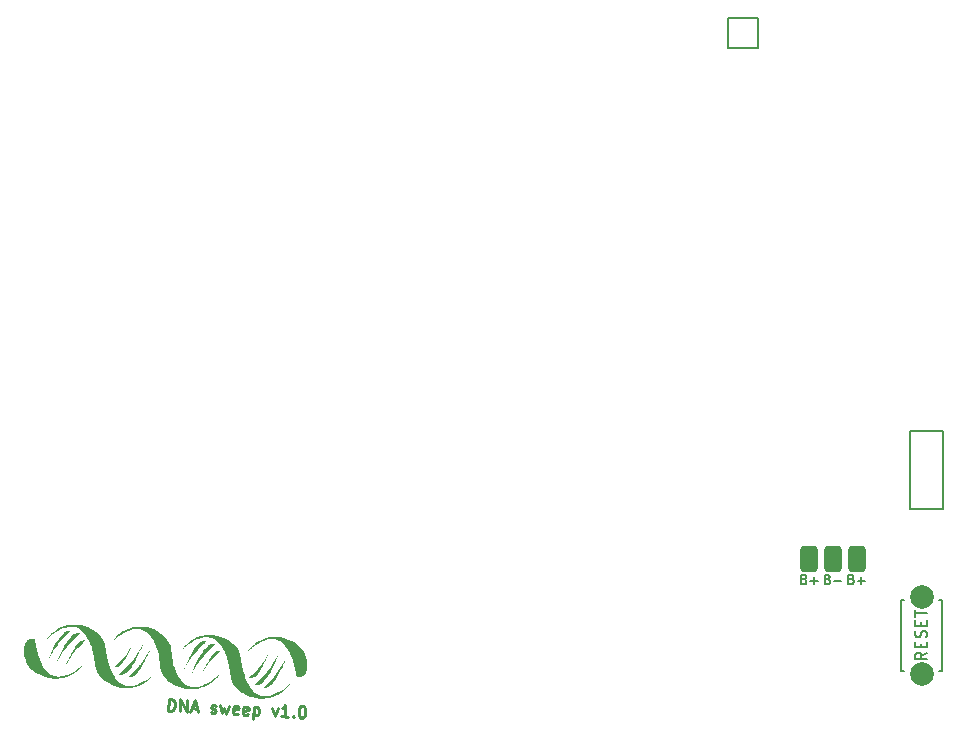
<source format=gbr>
%TF.GenerationSoftware,KiCad,Pcbnew,(6.0.7-1)-1*%
%TF.CreationDate,2022-10-05T19:06:16+03:00*%
%TF.ProjectId,board,626f6172-642e-46b6-9963-61645f706362,v1.0.0*%
%TF.SameCoordinates,Original*%
%TF.FileFunction,Legend,Top*%
%TF.FilePolarity,Positive*%
%FSLAX46Y46*%
G04 Gerber Fmt 4.6, Leading zero omitted, Abs format (unit mm)*
G04 Created by KiCad (PCBNEW (6.0.7-1)-1) date 2022-10-05 19:06:16*
%MOMM*%
%LPD*%
G01*
G04 APERTURE LIST*
G04 Aperture macros list*
%AMRoundRect*
0 Rectangle with rounded corners*
0 $1 Rounding radius*
0 $2 $3 $4 $5 $6 $7 $8 $9 X,Y pos of 4 corners*
0 Add a 4 corners polygon primitive as box body*
4,1,4,$2,$3,$4,$5,$6,$7,$8,$9,$2,$3,0*
0 Add four circle primitives for the rounded corners*
1,1,$1+$1,$2,$3*
1,1,$1+$1,$4,$5*
1,1,$1+$1,$6,$7*
1,1,$1+$1,$8,$9*
0 Add four rect primitives between the rounded corners*
20,1,$1+$1,$2,$3,$4,$5,0*
20,1,$1+$1,$4,$5,$6,$7,0*
20,1,$1+$1,$6,$7,$8,$9,0*
20,1,$1+$1,$8,$9,$2,$3,0*%
G04 Aperture macros list end*
%ADD10C,0.250000*%
%ADD11C,0.150000*%
%ADD12RoundRect,0.375000X-0.375000X-0.750000X0.375000X-0.750000X0.375000X0.750000X-0.375000X0.750000X0*%
%ADD13C,2.000000*%
G04 APERTURE END LIST*
D10*
X104698539Y39351039D02*
X104750875Y40349669D01*
X104988643Y40337208D01*
X105128813Y40282178D01*
X105218936Y40182086D01*
X105261505Y40084486D01*
X105299090Y39891779D01*
X105291614Y39749117D01*
X105234091Y39561394D01*
X105181553Y39468779D01*
X105081461Y39378656D01*
X104936307Y39338578D01*
X104698539Y39351039D01*
X105697168Y39298703D02*
X105749504Y40297333D01*
X106267814Y39268797D01*
X106320149Y40267427D01*
X106710751Y39531690D02*
X107186289Y39506768D01*
X106600690Y39251352D02*
X106985903Y40232536D01*
X107266443Y39216461D01*
X108315119Y39209187D02*
X108407734Y39156649D01*
X108597949Y39146680D01*
X108695549Y39189249D01*
X108748087Y39281865D01*
X108750579Y39329419D01*
X108708010Y39427018D01*
X108615394Y39479556D01*
X108472733Y39487033D01*
X108380118Y39539571D01*
X108337548Y39637171D01*
X108340040Y39684725D01*
X108392579Y39777340D01*
X108490178Y39819910D01*
X108632840Y39812433D01*
X108725455Y39759895D01*
X109108378Y39787511D02*
X109263702Y39111789D01*
X109478839Y39577358D01*
X109644132Y39091852D01*
X109869238Y39747636D01*
X110597700Y39089562D02*
X110500101Y39046992D01*
X110309885Y39056961D01*
X110217270Y39109499D01*
X110174701Y39207099D01*
X110194638Y39587529D01*
X110247176Y39680145D01*
X110344776Y39722714D01*
X110534991Y39712745D01*
X110627607Y39660207D01*
X110670176Y39562608D01*
X110665192Y39467500D01*
X110184669Y39397314D01*
X111453669Y39044702D02*
X111356069Y39002133D01*
X111165854Y39012102D01*
X111073238Y39064640D01*
X111030669Y39162240D01*
X111050606Y39542670D01*
X111103145Y39635285D01*
X111200744Y39677855D01*
X111390959Y39667886D01*
X111483575Y39615348D01*
X111526144Y39517748D01*
X111521160Y39422641D01*
X111040638Y39352455D01*
X111961605Y39637980D02*
X111909269Y38639350D01*
X111959113Y39590426D02*
X112056712Y39632995D01*
X112246928Y39623027D01*
X112339543Y39570489D01*
X112384605Y39520443D01*
X112427174Y39422843D01*
X112412221Y39137520D01*
X112359683Y39044905D01*
X112309637Y38999843D01*
X112212037Y38957274D01*
X112021822Y38967242D01*
X111929206Y39019781D01*
X113530880Y39555738D02*
X113733758Y38877524D01*
X114006418Y39530816D01*
X114875049Y38817711D02*
X114304404Y38847617D01*
X114589726Y38832664D02*
X114642062Y39831294D01*
X114539478Y39693617D01*
X114439386Y39603494D01*
X114341786Y39560924D01*
X115308018Y38890389D02*
X115353079Y38840343D01*
X115303033Y38795281D01*
X115257972Y38845327D01*
X115308018Y38890389D01*
X115303033Y38795281D01*
X116021122Y39759020D02*
X116116230Y39754036D01*
X116208845Y39701498D01*
X116253907Y39651452D01*
X116296476Y39553852D01*
X116334061Y39361145D01*
X116321600Y39123376D01*
X116264078Y38935653D01*
X116211539Y38843037D01*
X116161493Y38797976D01*
X116063894Y38755406D01*
X115968786Y38760391D01*
X115876171Y38812929D01*
X115831109Y38862975D01*
X115788540Y38960575D01*
X115750955Y39153282D01*
X115763416Y39391051D01*
X115820938Y39578774D01*
X115873476Y39671389D01*
X115923522Y39716451D01*
X116021122Y39759020D01*
D11*
%TO.C,MCU1*%
%TO.C,PAD1*%
X158561904Y50472642D02*
X158676190Y50434547D01*
X158714285Y50396452D01*
X158752380Y50320261D01*
X158752380Y50205976D01*
X158714285Y50129785D01*
X158676190Y50091690D01*
X158600000Y50053595D01*
X158295238Y50053595D01*
X158295238Y50853595D01*
X158561904Y50853595D01*
X158638095Y50815500D01*
X158676190Y50777404D01*
X158714285Y50701214D01*
X158714285Y50625023D01*
X158676190Y50548833D01*
X158638095Y50510738D01*
X158561904Y50472642D01*
X158295238Y50472642D01*
X159095238Y50358357D02*
X159704761Y50358357D01*
X159400000Y50053595D02*
X159400000Y50663119D01*
X160561904Y50472642D02*
X160676190Y50434547D01*
X160714285Y50396452D01*
X160752380Y50320261D01*
X160752380Y50205976D01*
X160714285Y50129785D01*
X160676190Y50091690D01*
X160600000Y50053595D01*
X160295238Y50053595D01*
X160295238Y50853595D01*
X160561904Y50853595D01*
X160638095Y50815500D01*
X160676190Y50777404D01*
X160714285Y50701214D01*
X160714285Y50625023D01*
X160676190Y50548833D01*
X160638095Y50510738D01*
X160561904Y50472642D01*
X160295238Y50472642D01*
X161095238Y50358357D02*
X161704761Y50358357D01*
X162561904Y50472642D02*
X162676190Y50434547D01*
X162714285Y50396452D01*
X162752380Y50320261D01*
X162752380Y50205976D01*
X162714285Y50129785D01*
X162676190Y50091690D01*
X162600000Y50053595D01*
X162295238Y50053595D01*
X162295238Y50853595D01*
X162561904Y50853595D01*
X162638095Y50815500D01*
X162676190Y50777404D01*
X162714285Y50701214D01*
X162714285Y50625023D01*
X162676190Y50548833D01*
X162638095Y50510738D01*
X162561904Y50472642D01*
X162295238Y50472642D01*
X163095238Y50358357D02*
X163704761Y50358357D01*
X163400000Y50053595D02*
X163400000Y50663119D01*
%TO.C,B1*%
X168952380Y44263119D02*
X168476190Y43929785D01*
X168952380Y43691690D02*
X167952380Y43691690D01*
X167952380Y44072642D01*
X168000000Y44167880D01*
X168047619Y44215500D01*
X168142857Y44263119D01*
X168285714Y44263119D01*
X168380952Y44215500D01*
X168428571Y44167880D01*
X168476190Y44072642D01*
X168476190Y43691690D01*
X168428571Y44691690D02*
X168428571Y45025023D01*
X168952380Y45167880D02*
X168952380Y44691690D01*
X167952380Y44691690D01*
X167952380Y45167880D01*
X168904761Y45548833D02*
X168952380Y45691690D01*
X168952380Y45929785D01*
X168904761Y46025023D01*
X168857142Y46072642D01*
X168761904Y46120261D01*
X168666666Y46120261D01*
X168571428Y46072642D01*
X168523809Y46025023D01*
X168476190Y45929785D01*
X168428571Y45739309D01*
X168380952Y45644071D01*
X168333333Y45596452D01*
X168238095Y45548833D01*
X168142857Y45548833D01*
X168047619Y45596452D01*
X168000000Y45644071D01*
X167952380Y45739309D01*
X167952380Y45977404D01*
X168000000Y46120261D01*
X168428571Y46548833D02*
X168428571Y46882166D01*
X168952380Y47025023D02*
X168952380Y46548833D01*
X167952380Y46548833D01*
X167952380Y47025023D01*
X167952380Y47310738D02*
X167952380Y47882166D01*
X168952380Y47596452D02*
X167952380Y47596452D01*
%TO.C,G\u002A\u002A\u002A*%
G36*
X113765535Y45572925D02*
G01*
X113878761Y45570758D01*
X113990406Y45567005D01*
X114095173Y45561785D01*
X114187765Y45555211D01*
X114262884Y45547402D01*
X114286134Y45544072D01*
X114482551Y45503522D01*
X114689498Y45443054D01*
X114903881Y45363713D01*
X115122608Y45266544D01*
X115156250Y45250175D01*
X115335826Y45155541D01*
X115497014Y45056490D01*
X115646423Y44948318D01*
X115790663Y44826322D01*
X115904818Y44717564D01*
X116023576Y44591978D01*
X116123637Y44469089D01*
X116207202Y44344584D01*
X116276473Y44214149D01*
X116333651Y44073472D01*
X116380935Y43918238D01*
X116420527Y43744134D01*
X116431703Y43684997D01*
X116444837Y43614752D01*
X116458286Y43546662D01*
X116470605Y43487819D01*
X116480346Y43445317D01*
X116481634Y43440257D01*
X116488084Y43402928D01*
X116493201Y43348740D01*
X116496955Y43282557D01*
X116499311Y43209241D01*
X116500240Y43133658D01*
X116499708Y43060669D01*
X116497684Y42995139D01*
X116494134Y42941930D01*
X116489029Y42905907D01*
X116485231Y42894610D01*
X116475964Y42872781D01*
X116462168Y42833206D01*
X116445977Y42782233D01*
X116434779Y42744610D01*
X116397663Y42635742D01*
X116352360Y42534346D01*
X116301693Y42445856D01*
X116248486Y42375706D01*
X116236582Y42363135D01*
X116158314Y42300402D01*
X116062319Y42249714D01*
X115953709Y42212950D01*
X115837596Y42191986D01*
X115758973Y42187717D01*
X115679763Y42193471D01*
X115621113Y42211582D01*
X115581530Y42242627D01*
X115569430Y42261184D01*
X115560865Y42286828D01*
X115550503Y42331861D01*
X115539420Y42390840D01*
X115528689Y42458318D01*
X115524223Y42490294D01*
X115462267Y42868109D01*
X115378828Y43234235D01*
X115274059Y43588159D01*
X115148115Y43929369D01*
X115001147Y44257350D01*
X114987352Y44285282D01*
X114874985Y44496165D01*
X114759421Y44682886D01*
X114639732Y44846183D01*
X114514990Y44986791D01*
X114384267Y45105446D01*
X114246634Y45202884D01*
X114101164Y45279842D01*
X113946927Y45337055D01*
X113782997Y45375260D01*
X113608444Y45395191D01*
X113586095Y45396422D01*
X113389678Y45393809D01*
X113187235Y45367158D01*
X112979116Y45316605D01*
X112765671Y45242285D01*
X112547249Y45144335D01*
X112324201Y45022888D01*
X112096875Y44878082D01*
X111917976Y44749874D01*
X111851959Y44699148D01*
X111784141Y44645035D01*
X111720938Y44592784D01*
X111668767Y44547646D01*
X111651067Y44531492D01*
X111589607Y44475879D01*
X111543504Y44438499D01*
X111511783Y44418657D01*
X111493471Y44415660D01*
X111490986Y44417347D01*
X111489357Y44427150D01*
X111497962Y44444901D01*
X111518086Y44472066D01*
X111551013Y44510110D01*
X111598026Y44560500D01*
X111660409Y44624703D01*
X111739447Y44704184D01*
X111760834Y44725495D01*
X111829896Y44793183D01*
X111899486Y44859540D01*
X111965767Y44921042D01*
X112024898Y44974161D01*
X112073043Y45015374D01*
X112097910Y45035070D01*
X112261696Y45146367D01*
X112442391Y45249312D01*
X112634798Y45341800D01*
X112833717Y45421726D01*
X113033952Y45486986D01*
X113230303Y45535474D01*
X113402773Y45563429D01*
X113469348Y45568760D01*
X113555531Y45572043D01*
X113656026Y45573392D01*
X113765535Y45572925D01*
G37*
G36*
X108168750Y45730619D02*
G01*
X108281689Y45730171D01*
X108374019Y45729109D01*
X108450126Y45727204D01*
X108514398Y45724226D01*
X108571222Y45719948D01*
X108624985Y45714139D01*
X108680075Y45706572D01*
X108706250Y45702566D01*
X108860754Y45675993D01*
X108997758Y45646691D01*
X109123963Y45612484D01*
X109246074Y45571196D01*
X109370793Y45520654D01*
X109504822Y45458681D01*
X109593082Y45414810D01*
X109820689Y45289865D01*
X110025578Y45157592D01*
X110207483Y45018234D01*
X110366132Y44872036D01*
X110501258Y44719244D01*
X110612590Y44560102D01*
X110689413Y44417680D01*
X110725085Y44337558D01*
X110756694Y44257087D01*
X110785080Y44172954D01*
X110811082Y44081843D01*
X110835541Y43980440D01*
X110859296Y43865431D01*
X110883186Y43733499D01*
X110908052Y43581332D01*
X110918697Y43512500D01*
X110956952Y43274750D01*
X110996235Y43057927D01*
X111037572Y42857959D01*
X111081993Y42670772D01*
X111130524Y42492294D01*
X111184194Y42318451D01*
X111244030Y42145170D01*
X111303547Y41987500D01*
X111408154Y41741848D01*
X111520481Y41519883D01*
X111640665Y41321467D01*
X111768841Y41146464D01*
X111905145Y40994738D01*
X112049712Y40866154D01*
X112202678Y40760576D01*
X112364179Y40677867D01*
X112534349Y40617891D01*
X112704773Y40581756D01*
X112906244Y40564041D01*
X113108254Y40570103D01*
X113306676Y40599742D01*
X113368750Y40614176D01*
X113526653Y40662128D01*
X113695912Y40727987D01*
X113872907Y40809640D01*
X114054019Y40904975D01*
X114235629Y41011879D01*
X114414119Y41128240D01*
X114585868Y41251945D01*
X114747259Y41380881D01*
X114872564Y41492048D01*
X114919659Y41535389D01*
X114960652Y41571806D01*
X114991954Y41598210D01*
X115009977Y41611511D01*
X115012451Y41612500D01*
X115025410Y41609537D01*
X115028229Y41599655D01*
X115019699Y41581359D01*
X114998613Y41553155D01*
X114963762Y41513549D01*
X114913938Y41461048D01*
X114847931Y41394159D01*
X114786027Y41332609D01*
X114660765Y41210763D01*
X114548059Y41105664D01*
X114444739Y41014620D01*
X114347636Y40934941D01*
X114253581Y40863938D01*
X114159405Y40798920D01*
X114150000Y40792736D01*
X113940409Y40670207D01*
X113717537Y40567623D01*
X113483723Y40485409D01*
X113241305Y40423990D01*
X112992622Y40383791D01*
X112740013Y40365238D01*
X112485816Y40368756D01*
X112232371Y40394769D01*
X112093750Y40418899D01*
X111872367Y40470605D01*
X111665250Y40535016D01*
X111463636Y40615109D01*
X111325000Y40680154D01*
X111200003Y40744734D01*
X111088002Y40808585D01*
X110984502Y40875024D01*
X110885008Y40947368D01*
X110785025Y41028931D01*
X110680059Y41123030D01*
X110565616Y41232981D01*
X110536286Y41262051D01*
X110437690Y41362285D01*
X110356207Y41450171D01*
X110289472Y41529037D01*
X110235122Y41602207D01*
X110190793Y41673010D01*
X110154121Y41744771D01*
X110122743Y41820817D01*
X110106460Y41866940D01*
X110093409Y41907261D01*
X110081518Y41947812D01*
X110070203Y41991532D01*
X110058876Y42041361D01*
X110046955Y42100240D01*
X110033851Y42171110D01*
X110018981Y42256909D01*
X110001759Y42360579D01*
X109981600Y42485059D01*
X109974196Y42531250D01*
X109932976Y42779047D01*
X109891939Y43004731D01*
X109850313Y43211172D01*
X109807326Y43401239D01*
X109762207Y43577801D01*
X109714184Y43743726D01*
X109662485Y43901885D01*
X109606339Y44055147D01*
X109544974Y44206379D01*
X109490055Y44331250D01*
X109381266Y44553103D01*
X109266954Y44751141D01*
X109146334Y44926093D01*
X109018624Y45078688D01*
X108883041Y45209658D01*
X108738802Y45319731D01*
X108585123Y45409639D01*
X108421222Y45480111D01*
X108246315Y45531877D01*
X108188829Y45544423D01*
X108116812Y45554251D01*
X108027643Y45559354D01*
X107928685Y45559902D01*
X107827305Y45556063D01*
X107730865Y45548006D01*
X107646731Y45535899D01*
X107625000Y45531505D01*
X107487148Y45495185D01*
X107335944Y45444661D01*
X107176773Y45382275D01*
X107015025Y45310367D01*
X106856087Y45231280D01*
X106705346Y45147356D01*
X106618750Y45094165D01*
X106467073Y44992112D01*
X106310312Y44877499D01*
X106158408Y44757747D01*
X106082280Y44693882D01*
X106013829Y44635563D01*
X105961837Y44592564D01*
X105924284Y44563370D01*
X105899147Y44546466D01*
X105884405Y44540336D01*
X105879192Y44541641D01*
X105881702Y44556015D01*
X105900521Y44584775D01*
X105933357Y44625604D01*
X105977919Y44676186D01*
X106031915Y44734201D01*
X106093052Y44797335D01*
X106159040Y44863268D01*
X106227587Y44929684D01*
X106296400Y44994266D01*
X106363188Y45054696D01*
X106425659Y45108658D01*
X106481522Y45153833D01*
X106494248Y45163529D01*
X106707487Y45310220D01*
X106930550Y45438133D01*
X107160297Y45545820D01*
X107393586Y45631834D01*
X107627278Y45694726D01*
X107663053Y45702255D01*
X107707170Y45710814D01*
X107747634Y45717502D01*
X107788369Y45722539D01*
X107833296Y45726146D01*
X107886336Y45728543D01*
X107951411Y45729949D01*
X108032443Y45730584D01*
X108133354Y45730669D01*
X108168750Y45730619D01*
G37*
G36*
X114637010Y43666436D02*
G01*
X114637167Y43649656D01*
X114632293Y43628426D01*
X114618977Y43588677D01*
X114598841Y43534772D01*
X114573505Y43471079D01*
X114549092Y43412500D01*
X114475689Y43245901D01*
X114393295Y43069344D01*
X114304303Y42887401D01*
X114211107Y42704645D01*
X114116101Y42525649D01*
X114021680Y42354987D01*
X113930238Y42197229D01*
X113844169Y42056951D01*
X113818389Y42016863D01*
X113704995Y41850923D01*
X113594701Y41705756D01*
X113488082Y41581942D01*
X113385713Y41480063D01*
X113288169Y41400701D01*
X113196026Y41344437D01*
X113125171Y41316024D01*
X113084901Y41307487D01*
X113032240Y41301032D01*
X112973122Y41296809D01*
X112913481Y41294969D01*
X112859249Y41295662D01*
X112816359Y41299040D01*
X112790746Y41305253D01*
X112787556Y41307443D01*
X112786906Y41314175D01*
X112793956Y41327012D01*
X112809932Y41347196D01*
X112836059Y41375969D01*
X112873562Y41414571D01*
X112923666Y41464243D01*
X112987597Y41526227D01*
X113066580Y41601762D01*
X113161841Y41692092D01*
X113241793Y41767550D01*
X113466611Y41988377D01*
X113672189Y42209777D01*
X113861611Y42435847D01*
X114037960Y42670685D01*
X114204321Y42918388D01*
X114363778Y43183053D01*
X114512888Y43456250D01*
X114545441Y43518174D01*
X114575092Y43573752D01*
X114599416Y43618505D01*
X114615990Y43647949D01*
X114620864Y43655906D01*
X114633154Y43672201D01*
X114637010Y43666436D01*
G37*
G36*
X114025739Y44064934D02*
G01*
X114021495Y44047151D01*
X114009078Y44012408D01*
X113988929Y43961249D01*
X113961486Y43894219D01*
X113927188Y43811862D01*
X113914372Y43781250D01*
X113824906Y43570023D01*
X113742144Y43379779D01*
X113664728Y43207834D01*
X113591304Y43051504D01*
X113520513Y42908107D01*
X113451000Y42774959D01*
X113381408Y42649377D01*
X113310381Y42528679D01*
X113236561Y42410180D01*
X113168652Y42306250D01*
X113093726Y42199509D01*
X113010293Y42090494D01*
X112921594Y41982802D01*
X112830869Y41880026D01*
X112741359Y41785761D01*
X112656304Y41703602D01*
X112578945Y41637143D01*
X112537871Y41606507D01*
X112442000Y41554776D01*
X112329406Y41520412D01*
X112201841Y41503940D01*
X112193750Y41503532D01*
X112121243Y41502160D01*
X112070977Y41506373D01*
X112040651Y41516972D01*
X112027967Y41534759D01*
X112030598Y41560447D01*
X112041802Y41575693D01*
X112069163Y41605251D01*
X112110246Y41646719D01*
X112162616Y41697697D01*
X112223839Y41755784D01*
X112291479Y41818578D01*
X112304005Y41830064D01*
X112485278Y41998754D01*
X112649079Y42157288D01*
X112798819Y42309250D01*
X112937914Y42458222D01*
X113069777Y42607788D01*
X113197822Y42761529D01*
X113231816Y42803761D01*
X113336177Y42938958D01*
X113433963Y43075890D01*
X113528920Y43220220D01*
X113624790Y43377611D01*
X113712793Y43531250D01*
X113789737Y43668761D01*
X113854995Y43784954D01*
X113909006Y43880373D01*
X113952211Y43955564D01*
X113985047Y44011071D01*
X114007954Y44047438D01*
X114021372Y44065211D01*
X114025739Y44064934D01*
G37*
G36*
X113184947Y44155411D02*
G01*
X113184418Y44133023D01*
X113175717Y44106250D01*
X113135234Y44011020D01*
X113084803Y43898772D01*
X113026762Y43774258D01*
X112963452Y43642234D01*
X112897212Y43507450D01*
X112830381Y43374662D01*
X112765299Y43248621D01*
X112704305Y43134082D01*
X112649739Y43035798D01*
X112643548Y43025000D01*
X112550346Y42868797D01*
X112457195Y42723665D01*
X112365499Y42591398D01*
X112276659Y42473788D01*
X112192077Y42372630D01*
X112113157Y42289715D01*
X112041300Y42226838D01*
X111994393Y42194788D01*
X111915409Y42159178D01*
X111823712Y42135104D01*
X111729976Y42125266D01*
X111719248Y42125170D01*
X111653773Y42127655D01*
X111611342Y42135007D01*
X111590410Y42147598D01*
X111587500Y42156853D01*
X111596319Y42169509D01*
X111621142Y42196579D01*
X111659518Y42235612D01*
X111708995Y42284160D01*
X111767122Y42339771D01*
X111821875Y42391112D01*
X111999897Y42559736D01*
X112159496Y42718187D01*
X112303286Y42869798D01*
X112433882Y43017900D01*
X112553900Y43165826D01*
X112665955Y43316907D01*
X112772662Y43474475D01*
X112876637Y43641861D01*
X112980494Y43822398D01*
X113059766Y43968217D01*
X113093450Y44030260D01*
X113123959Y44084162D01*
X113149074Y44126183D01*
X113166576Y44152580D01*
X113173401Y44159883D01*
X113184947Y44155411D01*
G37*
G36*
X108997377Y44397749D02*
G01*
X109044302Y44393975D01*
X109079628Y44387060D01*
X109097053Y44377289D01*
X109097593Y44376093D01*
X109090853Y44360801D01*
X109066872Y44331543D01*
X109027565Y44290418D01*
X108974850Y44239523D01*
X108961093Y44226713D01*
X108718837Y43993746D01*
X108492934Y43758609D01*
X108284714Y43522928D01*
X108095508Y43288330D01*
X107926646Y43056443D01*
X107779456Y42828893D01*
X107687675Y42668709D01*
X107657298Y42614452D01*
X107631809Y42572652D01*
X107613187Y42546301D01*
X107603409Y42538391D01*
X107602528Y42539870D01*
X107606305Y42562108D01*
X107621380Y42603723D01*
X107646552Y42662439D01*
X107680619Y42735983D01*
X107722380Y42822080D01*
X107770634Y42918455D01*
X107824178Y43022833D01*
X107881813Y43132942D01*
X107942335Y43246505D01*
X108004544Y43361249D01*
X108067238Y43474898D01*
X108129216Y43585179D01*
X108189276Y43689818D01*
X108246216Y43786539D01*
X108298836Y43873068D01*
X108345775Y43946887D01*
X108407160Y44031471D01*
X108478298Y44114282D01*
X108555440Y44192044D01*
X108634836Y44261484D01*
X108712738Y44319327D01*
X108785397Y44362298D01*
X108849065Y44387122D01*
X108850000Y44387356D01*
X108893925Y44394726D01*
X108945151Y44398095D01*
X108997377Y44397749D01*
G37*
G36*
X102726583Y46432224D02*
G01*
X102995388Y46386981D01*
X103254934Y46318701D01*
X103505432Y46227340D01*
X103747096Y46112856D01*
X103917413Y46015053D01*
X104023008Y45945940D01*
X104133989Y45866568D01*
X104243691Y45782100D01*
X104345447Y45697698D01*
X104432591Y45618524D01*
X104444713Y45606705D01*
X104557220Y45487216D01*
X104654663Y45364478D01*
X104738034Y45235930D01*
X104808326Y45099015D01*
X104866531Y44951171D01*
X104913642Y44789842D01*
X104950652Y44612466D01*
X104978554Y44416485D01*
X104998339Y44199339D01*
X105000000Y44175000D01*
X105032116Y43849916D01*
X105085034Y43536716D01*
X105159604Y43232224D01*
X105256674Y42933261D01*
X105377094Y42636649D01*
X105456005Y42468434D01*
X105568354Y42257790D01*
X105687130Y42070586D01*
X105813318Y41905865D01*
X105947899Y41762669D01*
X106091857Y41640038D01*
X106246174Y41537014D01*
X106411832Y41452639D01*
X106553713Y41397744D01*
X106601970Y41382179D01*
X106643869Y41371092D01*
X106685981Y41363512D01*
X106734876Y41358472D01*
X106797123Y41355002D01*
X106858543Y41352781D01*
X107009907Y41351850D01*
X107150364Y41359948D01*
X107284491Y41378200D01*
X107416866Y41407732D01*
X107552065Y41449667D01*
X107694667Y41505133D01*
X107849249Y41575252D01*
X107934736Y41617302D01*
X108077243Y41694349D01*
X108230524Y41786954D01*
X108389333Y41891481D01*
X108548422Y42004296D01*
X108702544Y42121765D01*
X108846453Y42240253D01*
X108893991Y42281783D01*
X108939254Y42321608D01*
X108977571Y42354575D01*
X109005224Y42377538D01*
X109018496Y42387353D01*
X109018978Y42387500D01*
X109025091Y42379546D01*
X109013999Y42355326D01*
X108985425Y42314303D01*
X108972902Y42297997D01*
X108939994Y42259118D01*
X108892328Y42207170D01*
X108833663Y42145879D01*
X108767759Y42078971D01*
X108698374Y42010173D01*
X108629267Y41943211D01*
X108564199Y41881811D01*
X108506929Y41829700D01*
X108461215Y41790605D01*
X108460182Y41789769D01*
X108332451Y41693398D01*
X108192045Y41599365D01*
X108044596Y41510839D01*
X107895737Y41430989D01*
X107751102Y41362981D01*
X107616324Y41309984D01*
X107593096Y41302135D01*
X107394906Y41243667D01*
X107202861Y41201292D01*
X107009118Y41173774D01*
X106805834Y41159880D01*
X106675000Y41157567D01*
X106528390Y41159711D01*
X106397577Y41167193D01*
X106273719Y41181098D01*
X106147979Y41202511D01*
X106011516Y41232518D01*
X105958365Y41245557D01*
X105708569Y41319412D01*
X105463342Y41413901D01*
X105227895Y41526732D01*
X105007440Y41655611D01*
X104969820Y41680292D01*
X104788978Y41808646D01*
X104631226Y41937400D01*
X104494717Y42068760D01*
X104377605Y42204931D01*
X104278044Y42348117D01*
X104194189Y42500523D01*
X104124194Y42664354D01*
X104107705Y42710047D01*
X104087805Y42769817D01*
X104070922Y42827374D01*
X104056444Y42886359D01*
X104043761Y42950411D01*
X104032263Y43023170D01*
X104021339Y43108275D01*
X104010377Y43209365D01*
X103998769Y43330080D01*
X103992994Y43393750D01*
X103983483Y43496161D01*
X103973145Y43600728D01*
X103962581Y43701816D01*
X103952394Y43793795D01*
X103943185Y43871034D01*
X103936881Y43918750D01*
X103898407Y44135952D01*
X103844575Y44357897D01*
X103776938Y44580949D01*
X103697049Y44801473D01*
X103606459Y45015832D01*
X103506722Y45220392D01*
X103399388Y45411516D01*
X103286011Y45585568D01*
X103168143Y45738915D01*
X103151372Y45758524D01*
X103011424Y45902533D01*
X102861376Y46023971D01*
X102702060Y46122551D01*
X102534312Y46197985D01*
X102358963Y46249986D01*
X102176850Y46278268D01*
X101988804Y46282543D01*
X101795660Y46262525D01*
X101725371Y46249385D01*
X101525447Y46197350D01*
X101318351Y46123786D01*
X101106755Y46030143D01*
X100893334Y45917870D01*
X100680761Y45788419D01*
X100471708Y45643240D01*
X100268848Y45483783D01*
X100190194Y45416465D01*
X100116781Y45352946D01*
X100061261Y45306866D01*
X100023612Y45278229D01*
X100003811Y45267038D01*
X100001834Y45273298D01*
X100017658Y45297012D01*
X100051259Y45338186D01*
X100102614Y45396822D01*
X100129699Y45426908D01*
X100271550Y45576475D01*
X100416911Y45716435D01*
X100562351Y45843824D01*
X100704437Y45955680D01*
X100839734Y46049040D01*
X100877859Y46072621D01*
X101102355Y46195675D01*
X101325044Y46294005D01*
X101545790Y46367561D01*
X101764456Y46416294D01*
X101862500Y46430154D01*
X102160350Y46453767D01*
X102448308Y46454472D01*
X102726583Y46432224D01*
G37*
G36*
X108630916Y45016463D02*
G01*
X108674667Y45012066D01*
X108698852Y45003133D01*
X108706091Y44988952D01*
X108704017Y44979239D01*
X108693727Y44967307D01*
X108667346Y44940853D01*
X108627280Y44902171D01*
X108575935Y44853558D01*
X108515718Y44797307D01*
X108449034Y44735714D01*
X108439954Y44727377D01*
X108229268Y44530794D01*
X108037850Y44344846D01*
X107863715Y44167007D01*
X107704875Y43994752D01*
X107559343Y43825554D01*
X107425132Y43656889D01*
X107300257Y43486230D01*
X107182729Y43311052D01*
X107070563Y43128829D01*
X106961771Y42937036D01*
X106854367Y42733147D01*
X106824170Y42673341D01*
X106789455Y42605260D01*
X106757793Y42545547D01*
X106731075Y42497577D01*
X106711191Y42464723D01*
X106700029Y42450361D01*
X106699091Y42450000D01*
X106693649Y42451355D01*
X106691351Y42457179D01*
X106693074Y42470105D01*
X106699692Y42492768D01*
X106712082Y42527802D01*
X106731119Y42577843D01*
X106757680Y42645525D01*
X106792639Y42733481D01*
X106796733Y42743750D01*
X106868245Y42920034D01*
X106935516Y43078975D01*
X107001522Y43227165D01*
X107069240Y43371196D01*
X107141649Y43517658D01*
X107181678Y43596066D01*
X107261491Y43748384D01*
X107334738Y43882173D01*
X107404325Y44002040D01*
X107473157Y44112593D01*
X107544140Y44218439D01*
X107620181Y44324184D01*
X107704184Y44434437D01*
X107736050Y44475000D01*
X107786513Y44535839D01*
X107845789Y44602493D01*
X107910563Y44671686D01*
X107977519Y44740139D01*
X108043341Y44804576D01*
X108104714Y44861719D01*
X108158323Y44908290D01*
X108200852Y44941013D01*
X108218750Y44952151D01*
X108297038Y44983684D01*
X108394461Y45004705D01*
X108512637Y45015518D01*
X108564978Y45017037D01*
X108630916Y45016463D01*
G37*
G36*
X107893243Y45231137D02*
G01*
X107918076Y45221028D01*
X107922047Y45215285D01*
X107914509Y45203525D01*
X107890863Y45175999D01*
X107852811Y45134489D01*
X107802053Y45080777D01*
X107740291Y45016643D01*
X107669224Y44943867D01*
X107590555Y44864232D01*
X107505983Y44779518D01*
X107504244Y44777785D01*
X107344526Y44617496D01*
X107201854Y44471602D01*
X107074519Y44337970D01*
X106960812Y44214465D01*
X106859024Y44098952D01*
X106767446Y43989296D01*
X106684369Y43883362D01*
X106608085Y43779015D01*
X106536885Y43674122D01*
X106469060Y43566546D01*
X106402901Y43454153D01*
X106336700Y43334809D01*
X106311341Y43287500D01*
X106253047Y43177966D01*
X106205341Y43088665D01*
X106167157Y43017709D01*
X106137434Y42963208D01*
X106115108Y42923276D01*
X106099117Y42896025D01*
X106088396Y42879567D01*
X106081885Y42872014D01*
X106078518Y42871478D01*
X106077821Y42872786D01*
X106080230Y42892978D01*
X106093055Y42933158D01*
X106115240Y42991106D01*
X106145724Y43064597D01*
X106183451Y43151412D01*
X106227361Y43249326D01*
X106276397Y43356120D01*
X106329500Y43469569D01*
X106385612Y43587452D01*
X106443674Y43707548D01*
X106502629Y43827633D01*
X106561417Y43945486D01*
X106618981Y44058885D01*
X106674263Y44165608D01*
X106726204Y44263432D01*
X106773745Y44350136D01*
X106815829Y44423498D01*
X106818543Y44428076D01*
X106917577Y44584612D01*
X107020202Y44727693D01*
X107124763Y44855588D01*
X107229605Y44966569D01*
X107333074Y45058905D01*
X107433516Y45130868D01*
X107529276Y45180728D01*
X107544214Y45186600D01*
X107602234Y45204726D01*
X107666705Y45219057D01*
X107732835Y45229227D01*
X107795830Y45234873D01*
X107850897Y45235631D01*
X107893243Y45231137D01*
G37*
G36*
X97151122Y46610459D02*
G01*
X97418946Y46564107D01*
X97678149Y46494348D01*
X97928407Y46401326D01*
X98169397Y46285183D01*
X98400796Y46146063D01*
X98622282Y45984109D01*
X98833530Y45799465D01*
X98899314Y45735211D01*
X99028635Y45596101D01*
X99135210Y45460326D01*
X99220594Y45325350D01*
X99286343Y45188639D01*
X99334010Y45047656D01*
X99343331Y45011248D01*
X99352840Y44967902D01*
X99365664Y44903789D01*
X99381081Y44822815D01*
X99398370Y44728885D01*
X99416809Y44625906D01*
X99435677Y44517782D01*
X99450132Y44432961D01*
X99481432Y44249712D01*
X99510065Y44087860D01*
X99536756Y43944033D01*
X99562230Y43814861D01*
X99587209Y43696972D01*
X99612419Y43586994D01*
X99638585Y43481556D01*
X99666430Y43377285D01*
X99696678Y43270811D01*
X99708308Y43231250D01*
X99778383Y43019125D01*
X99862267Y42806927D01*
X99957382Y42600000D01*
X100061151Y42403688D01*
X100170996Y42223336D01*
X100247876Y42112500D01*
X100382565Y41945931D01*
X100524357Y41803052D01*
X100673118Y41683957D01*
X100828718Y41588737D01*
X100991023Y41517484D01*
X101159901Y41470291D01*
X101172974Y41467696D01*
X101236496Y41459069D01*
X101318249Y41453321D01*
X101411635Y41450434D01*
X101510054Y41450390D01*
X101606905Y41453174D01*
X101695589Y41458766D01*
X101769506Y41467151D01*
X101782737Y41469300D01*
X101907574Y41497445D01*
X102046626Y41540198D01*
X102195343Y41595643D01*
X102349176Y41661867D01*
X102503577Y41736956D01*
X102653997Y41818995D01*
X102747980Y41875453D01*
X102895635Y41973399D01*
X103055565Y42090067D01*
X103225597Y42223775D01*
X103403556Y42372843D01*
X103496825Y42454380D01*
X103521313Y42473890D01*
X103530240Y42475641D01*
X103524291Y42460874D01*
X103504153Y42430833D01*
X103470511Y42386759D01*
X103436037Y42344283D01*
X103246571Y42133298D01*
X103046271Y41944834D01*
X102835069Y41778847D01*
X102612895Y41635293D01*
X102379679Y41514130D01*
X102135353Y41415314D01*
X101879845Y41338801D01*
X101798961Y41319737D01*
X101537375Y41274494D01*
X101274717Y41254126D01*
X101011548Y41258563D01*
X100748429Y41287733D01*
X100485920Y41341565D01*
X100224583Y41419989D01*
X99964978Y41522933D01*
X99877976Y41563139D01*
X99693918Y41657010D01*
X99529001Y41754016D01*
X99377384Y41858188D01*
X99233224Y41973556D01*
X99090680Y42104151D01*
X99083097Y42111537D01*
X98975732Y42221291D01*
X98887325Y42322896D01*
X98814890Y42420182D01*
X98755441Y42516975D01*
X98732233Y42561182D01*
X98700434Y42627800D01*
X98672341Y42693836D01*
X98647174Y42762344D01*
X98624156Y42836376D01*
X98602509Y42918983D01*
X98581454Y43013219D01*
X98560214Y43122136D01*
X98538010Y43248785D01*
X98514065Y43396219D01*
X98505641Y43450000D01*
X98464622Y43700356D01*
X98422611Y43929036D01*
X98378815Y44139359D01*
X98332439Y44334647D01*
X98282686Y44518222D01*
X98228764Y44693405D01*
X98169876Y44863519D01*
X98162767Y44882861D01*
X98125468Y44977358D01*
X98079535Y45083615D01*
X98027569Y45196376D01*
X97972169Y45310383D01*
X97915933Y45420380D01*
X97861462Y45521110D01*
X97811354Y45607317D01*
X97780621Y45655676D01*
X97646764Y45839299D01*
X97506855Y45998804D01*
X97360942Y46134153D01*
X97209071Y46245307D01*
X97051290Y46332230D01*
X96887645Y46394882D01*
X96850000Y46405636D01*
X96785405Y46418297D01*
X96702209Y46427633D01*
X96606602Y46433513D01*
X96504779Y46435805D01*
X96402933Y46434378D01*
X96307255Y46429099D01*
X96223939Y46419837D01*
X96218944Y46419069D01*
X96020075Y46376780D01*
X95814520Y46311598D01*
X95603667Y46224290D01*
X95388908Y46115623D01*
X95171631Y45986364D01*
X94953226Y45837280D01*
X94735084Y45669138D01*
X94518595Y45482704D01*
X94513556Y45478125D01*
X94468903Y45438440D01*
X94430243Y45405836D01*
X94401614Y45383597D01*
X94387056Y45375012D01*
X94386829Y45375000D01*
X94382244Y45383210D01*
X94393841Y45406414D01*
X94419600Y45442467D01*
X94457500Y45489226D01*
X94505522Y45544547D01*
X94561645Y45606287D01*
X94623849Y45672301D01*
X94690113Y45740447D01*
X94758416Y45808581D01*
X94826739Y45874559D01*
X94893062Y45936238D01*
X94955362Y45991475D01*
X95011621Y46038124D01*
X95012500Y46038819D01*
X95214626Y46183041D01*
X95431960Y46308840D01*
X95661969Y46415406D01*
X95902121Y46501933D01*
X96149885Y46567611D01*
X96402727Y46611633D01*
X96658116Y46633190D01*
X96875000Y46633260D01*
X97151122Y46610459D01*
G37*
G36*
X103174512Y44511553D02*
G01*
X103166040Y44479532D01*
X103146074Y44425868D01*
X103132980Y44393750D01*
X103093160Y44301296D01*
X103043563Y44191484D01*
X102986427Y44068881D01*
X102923989Y43938053D01*
X102858486Y43803565D01*
X102792156Y43669986D01*
X102727235Y43541880D01*
X102665962Y43423815D01*
X102610573Y43320356D01*
X102580451Y43266048D01*
X102476550Y43087815D01*
X102372817Y42921154D01*
X102270855Y42768355D01*
X102172264Y42631709D01*
X102078644Y42513510D01*
X101991596Y42416047D01*
X101974364Y42398492D01*
X101881650Y42318709D01*
X101779911Y42254033D01*
X101674880Y42207662D01*
X101593878Y42186171D01*
X101548017Y42180435D01*
X101493725Y42177438D01*
X101437356Y42177046D01*
X101385263Y42179121D01*
X101343802Y42183529D01*
X101319326Y42190134D01*
X101316619Y42192098D01*
X101322067Y42203531D01*
X101343389Y42228999D01*
X101377957Y42265721D01*
X101423146Y42310917D01*
X101476329Y42361806D01*
X101481250Y42366413D01*
X101575823Y42455825D01*
X101675229Y42551651D01*
X101776811Y42651195D01*
X101877911Y42751762D01*
X101975874Y42850655D01*
X102068044Y42945178D01*
X102151763Y43032635D01*
X102224376Y43110331D01*
X102283226Y43175568D01*
X102314910Y43212500D01*
X102411501Y43331530D01*
X102501621Y43448885D01*
X102587797Y43568359D01*
X102672557Y43693752D01*
X102758429Y43828860D01*
X102847938Y43977479D01*
X102943614Y44143408D01*
X102992991Y44231250D01*
X103034863Y44305723D01*
X103073564Y44373529D01*
X103107177Y44431391D01*
X103133784Y44476034D01*
X103151471Y44504179D01*
X103157254Y44512053D01*
X103171559Y44522279D01*
X103174512Y44511553D01*
G37*
G36*
X102562088Y44925449D02*
G01*
X102562073Y44921875D01*
X102557037Y44907372D01*
X102542849Y44872588D01*
X102520599Y44820049D01*
X102491378Y44752280D01*
X102456278Y44671804D01*
X102416389Y44581147D01*
X102372802Y44482833D01*
X102358177Y44450000D01*
X102264376Y44241547D01*
X102178228Y44054354D01*
X102098560Y43886291D01*
X102024195Y43735226D01*
X101953961Y43599031D01*
X101886682Y43475575D01*
X101821184Y43362729D01*
X101756292Y43258361D01*
X101690833Y43160342D01*
X101623631Y43066541D01*
X101553513Y42974830D01*
X101525284Y42939369D01*
X101473051Y42877784D01*
X101410740Y42809676D01*
X101342074Y42738631D01*
X101270779Y42668236D01*
X101200580Y42602079D01*
X101135202Y42543746D01*
X101078369Y42496825D01*
X101033806Y42464902D01*
X101030413Y42462820D01*
X100967671Y42431301D01*
X100897462Y42406335D01*
X100824071Y42388309D01*
X100751784Y42377610D01*
X100684889Y42374625D01*
X100627671Y42379742D01*
X100584418Y42393348D01*
X100559414Y42415830D01*
X100557459Y42420104D01*
X100556939Y42431863D01*
X100564289Y42448068D01*
X100581214Y42470491D01*
X100609420Y42500904D01*
X100650612Y42541082D01*
X100706496Y42592796D01*
X100778778Y42657820D01*
X100829591Y42702953D01*
X101100320Y42952351D01*
X101348513Y43201528D01*
X101576478Y43453025D01*
X101786527Y43709381D01*
X101968294Y43955057D01*
X102029801Y44045984D01*
X102099394Y44154989D01*
X102174379Y44277591D01*
X102252064Y44409310D01*
X102329756Y44545666D01*
X102399476Y44672380D01*
X102448545Y44762560D01*
X102487270Y44832075D01*
X102516690Y44882519D01*
X102537843Y44915485D01*
X102551769Y44932566D01*
X102559504Y44935356D01*
X102562088Y44925449D01*
G37*
G36*
X101625277Y44842330D02*
G01*
X101619745Y44819201D01*
X101605520Y44779661D01*
X101583162Y44725821D01*
X101575755Y44708998D01*
X101549091Y44647656D01*
X101521631Y44582138D01*
X101498312Y44524271D01*
X101493297Y44511314D01*
X101470867Y44457513D01*
X101438460Y44386399D01*
X101398358Y44302450D01*
X101352842Y44210142D01*
X101304192Y44113951D01*
X101254690Y44018355D01*
X101206617Y43927830D01*
X101162255Y43846853D01*
X101123884Y43779900D01*
X101103655Y43746685D01*
X101013269Y43609230D01*
X100922660Y43482462D01*
X100833785Y43368739D01*
X100748600Y43270419D01*
X100669060Y43189863D01*
X100597123Y43129429D01*
X100584193Y43120221D01*
X100522693Y43084183D01*
X100453514Y43053924D01*
X100381944Y43030732D01*
X100313272Y43015896D01*
X100252787Y43010705D01*
X100205777Y43016446D01*
X100188853Y43023898D01*
X100182834Y43030367D01*
X100182344Y43040291D01*
X100188747Y43055270D01*
X100203403Y43076905D01*
X100227674Y43106794D01*
X100262924Y43146540D01*
X100310513Y43197741D01*
X100371804Y43261999D01*
X100448159Y43340912D01*
X100531124Y43426035D01*
X100677218Y43577110D01*
X100806623Y43714428D01*
X100921473Y43840682D01*
X101023904Y43958566D01*
X101116050Y44070776D01*
X101200046Y44180005D01*
X101278026Y44288947D01*
X101352126Y44400296D01*
X101424480Y44516747D01*
X101497223Y44640994D01*
X101505906Y44656250D01*
X101538483Y44713268D01*
X101567937Y44764141D01*
X101591440Y44804029D01*
X101606163Y44828095D01*
X101608026Y44830906D01*
X101621557Y44846936D01*
X101625277Y44842330D01*
G37*
G36*
X97622315Y45287127D02*
G01*
X97638707Y45281343D01*
X97643833Y45269611D01*
X97636879Y45250436D01*
X97617035Y45222320D01*
X97583487Y45183768D01*
X97535425Y45133283D01*
X97472036Y45069368D01*
X97392507Y44990527D01*
X97310766Y44909822D01*
X97172555Y44772222D01*
X97050704Y44648147D01*
X96942832Y44534569D01*
X96846561Y44428465D01*
X96759511Y44326808D01*
X96679304Y44226574D01*
X96603560Y44124736D01*
X96529899Y44018269D01*
X96455944Y43904148D01*
X96379314Y43779347D01*
X96297631Y43640841D01*
X96255629Y43568078D01*
X96204147Y43478854D01*
X96163489Y43409540D01*
X96132392Y43358164D01*
X96109591Y43322753D01*
X96093823Y43301335D01*
X96083823Y43291935D01*
X96078781Y43292051D01*
X96079435Y43307849D01*
X96091126Y43343339D01*
X96112761Y43396351D01*
X96143249Y43464718D01*
X96181494Y43546271D01*
X96226405Y43638841D01*
X96276888Y43740261D01*
X96331850Y43848361D01*
X96390198Y43960974D01*
X96450839Y44075931D01*
X96512680Y44191063D01*
X96574627Y44304203D01*
X96635588Y44413182D01*
X96694469Y44515831D01*
X96703465Y44531250D01*
X96785819Y44669133D01*
X96859915Y44786519D01*
X96927604Y44885776D01*
X96990734Y44969272D01*
X97051154Y45039375D01*
X97110715Y45098454D01*
X97171266Y45148877D01*
X97204705Y45173119D01*
X97274594Y45218279D01*
X97335538Y45248993D01*
X97396349Y45268415D01*
X97465835Y45279701D01*
X97513656Y45283767D01*
X97558977Y45286843D01*
X97595467Y45288462D01*
X97622315Y45287127D01*
G37*
G36*
X93373180Y45403742D02*
G01*
X93387291Y45388130D01*
X93399901Y45369788D01*
X93411754Y45346124D01*
X93423595Y45314547D01*
X93436169Y45272468D01*
X93450221Y45217294D01*
X93466496Y45146435D01*
X93485737Y45057300D01*
X93508691Y44947298D01*
X93519567Y44894498D01*
X93559588Y44702358D01*
X93596143Y44532576D01*
X93629775Y44382834D01*
X93661029Y44250812D01*
X93690448Y44134193D01*
X93718578Y44030659D01*
X93738177Y43963451D01*
X93820430Y43717482D01*
X93914446Y43486293D01*
X94019394Y43271045D01*
X94134440Y43072904D01*
X94258754Y42893032D01*
X94391503Y42732593D01*
X94531855Y42592751D01*
X94678978Y42474668D01*
X94832039Y42379510D01*
X94892778Y42349042D01*
X95007325Y42300538D01*
X95118219Y42265256D01*
X95231078Y42242308D01*
X95351519Y42230805D01*
X95485159Y42229858D01*
X95606250Y42236169D01*
X95755180Y42252695D01*
X95902341Y42281228D01*
X96052771Y42323153D01*
X96211508Y42379856D01*
X96367421Y42445464D01*
X96548098Y42534871D01*
X96739109Y42646379D01*
X96940581Y42780075D01*
X97152640Y42936045D01*
X97375412Y43114375D01*
X97503201Y43222582D01*
X97524323Y43238319D01*
X97530002Y43236255D01*
X97520923Y43217694D01*
X97497770Y43183936D01*
X97461227Y43136286D01*
X97451367Y43123952D01*
X97281980Y42932557D01*
X97093650Y42754749D01*
X96889611Y42592985D01*
X96673095Y42449719D01*
X96447334Y42327407D01*
X96335296Y42276287D01*
X96086263Y42181480D01*
X95837322Y42110876D01*
X95586979Y42064340D01*
X95333737Y42041735D01*
X95076102Y42042925D01*
X94812578Y42067774D01*
X94552211Y42113859D01*
X94354985Y42165669D01*
X94151455Y42236516D01*
X93946088Y42323989D01*
X93743348Y42425678D01*
X93547703Y42539174D01*
X93363617Y42662067D01*
X93195556Y42791945D01*
X93049598Y42924789D01*
X92936735Y43049031D01*
X92840448Y43181048D01*
X92758064Y43325311D01*
X92686912Y43486289D01*
X92646086Y43600000D01*
X92577371Y43833644D01*
X92530233Y44056367D01*
X92504573Y44269707D01*
X92500295Y44475203D01*
X92517301Y44674393D01*
X92555494Y44868814D01*
X92563632Y44899833D01*
X92610580Y45034909D01*
X92673926Y45153028D01*
X92721172Y45217961D01*
X92790340Y45293397D01*
X92862686Y45350380D01*
X92942810Y45391036D01*
X93035312Y45417488D01*
X93144789Y45431862D01*
X93189900Y45434518D01*
X93336051Y45440872D01*
X93373180Y45403742D01*
G37*
G36*
X97172767Y45896960D02*
G01*
X97207993Y45889418D01*
X97223761Y45876067D01*
X97225000Y45869467D01*
X97216255Y45856198D01*
X97191736Y45828588D01*
X97154011Y45789281D01*
X97105653Y45740919D01*
X97049230Y45686146D01*
X97015625Y45654181D01*
X96895531Y45539746D01*
X96775521Y45423460D01*
X96657910Y45307679D01*
X96545015Y45194757D01*
X96439150Y45087048D01*
X96342631Y44986908D01*
X96257773Y44896690D01*
X96186893Y44818750D01*
X96135042Y44758740D01*
X96043607Y44643491D01*
X95944669Y44509057D01*
X95840676Y44359188D01*
X95734078Y44197633D01*
X95627322Y44028142D01*
X95522856Y43854465D01*
X95423129Y43680350D01*
X95380841Y43603575D01*
X95332645Y43515919D01*
X95295426Y43450601D01*
X95269023Y43407576D01*
X95253279Y43386799D01*
X95248032Y43388226D01*
X95253124Y43411812D01*
X95268395Y43457511D01*
X95293686Y43525279D01*
X95317203Y43585666D01*
X95381237Y43742769D01*
X95453089Y43909521D01*
X95530577Y44081392D01*
X95611519Y44253851D01*
X95693732Y44422370D01*
X95775036Y44582418D01*
X95853248Y44729465D01*
X95926185Y44858981D01*
X95949608Y44898573D01*
X96111603Y45150135D01*
X96282068Y45379075D01*
X96461928Y45586609D01*
X96524549Y45651665D01*
X96610141Y45732447D01*
X96689852Y45793708D01*
X96769305Y45838121D01*
X96854124Y45868361D01*
X96949930Y45887103D01*
X97037258Y45895550D01*
X97116413Y45898927D01*
X97172767Y45896960D01*
G37*
G36*
X96394316Y46118633D02*
G01*
X96433459Y46109426D01*
X96449596Y46092742D01*
X96450000Y46088864D01*
X96441242Y46076993D01*
X96416919Y46051210D01*
X96379955Y46014430D01*
X96333274Y45969568D01*
X96284375Y45923770D01*
X96063281Y45714426D01*
X95862018Y45513602D01*
X95678229Y45318303D01*
X95509553Y45125534D01*
X95353634Y44932300D01*
X95208111Y44735606D01*
X95070626Y44532456D01*
X94938822Y44319857D01*
X94810338Y44094812D01*
X94737525Y43959517D01*
X94691189Y43872743D01*
X94655367Y43808042D01*
X94630064Y43765475D01*
X94615290Y43745106D01*
X94611053Y43746997D01*
X94617359Y43771213D01*
X94634218Y43817815D01*
X94661636Y43886867D01*
X94699622Y43978432D01*
X94748185Y44092572D01*
X94756750Y44112500D01*
X94865534Y44360714D01*
X94968778Y44586492D01*
X95067475Y44791525D01*
X95162617Y44977509D01*
X95255194Y45146137D01*
X95346200Y45299103D01*
X95436626Y45438101D01*
X95527465Y45564826D01*
X95619707Y45680970D01*
X95714345Y45788229D01*
X95774927Y45851280D01*
X95853785Y45928281D01*
X95921764Y45988032D01*
X95983343Y46033011D01*
X96043000Y46065698D01*
X96105212Y46088569D01*
X96174458Y46104105D01*
X96250000Y46114238D01*
X96332914Y46120268D01*
X96394316Y46118633D01*
G37*
%TO.C,MCU1*%
X154650000Y97955500D02*
X154650000Y95415500D01*
X154650000Y97955500D02*
X152110000Y97955500D01*
X154650000Y95415500D02*
X152110000Y95415500D01*
X152110000Y95415500D02*
X152110000Y97955500D01*
%TO.C,T1*%
X170350000Y57765500D02*
X170350000Y61665500D01*
X170350000Y59715500D02*
X170350000Y63015500D01*
X170350000Y63015500D02*
X167500000Y63015500D01*
X167500000Y63015500D02*
X167500000Y56415500D01*
X167500000Y56415500D02*
X170350000Y56415500D01*
X170350000Y59715500D02*
X170350000Y56415500D01*
%TO.C,B1*%
X166750000Y48715500D02*
X166750000Y42715500D01*
X166750000Y42715500D02*
X167000000Y42715500D01*
X166750000Y48715500D02*
X167000000Y48715500D01*
X170250000Y48715500D02*
X170000000Y48715500D01*
X170250000Y48715500D02*
X170250000Y42715500D01*
X170250000Y42715500D02*
X170000000Y42715500D01*
%TD*%
D12*
%TO.C,PAD1*%
X159000000Y52215500D03*
X161000000Y52215500D03*
X163000000Y52215500D03*
%TD*%
D13*
%TO.C,B1*%
X168500000Y48965500D03*
X168500000Y42465500D03*
%TD*%
M02*

</source>
